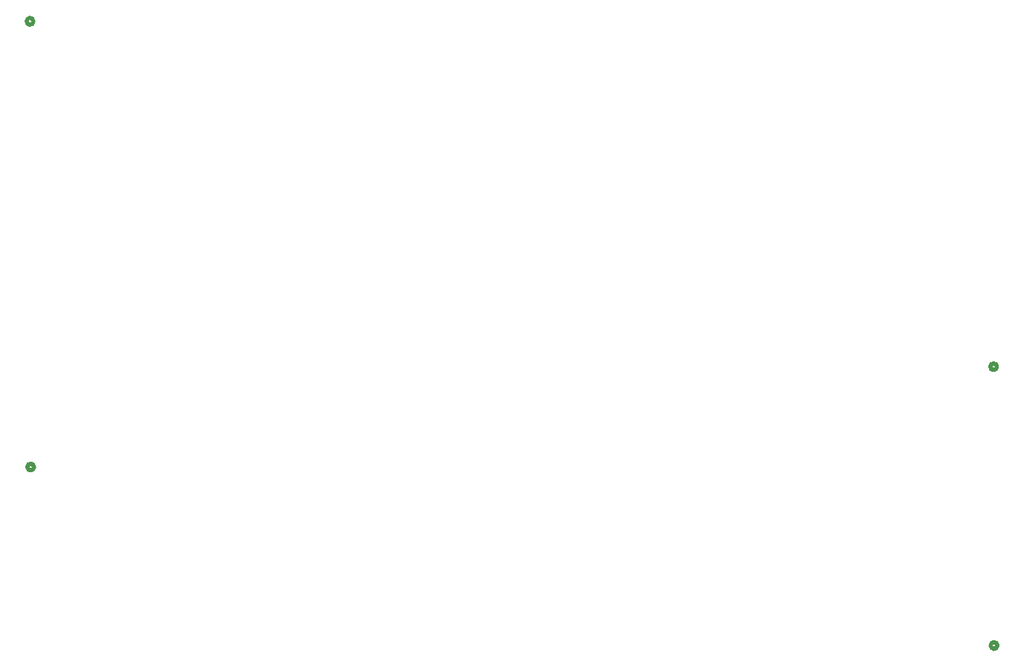
<source format=gbr>
%TF.GenerationSoftware,KiCad,Pcbnew,7.0.8*%
%TF.CreationDate,2024-04-29T16:48:28-06:00*%
%TF.ProjectId,GR-LRR-POWER-PCB-HIGH-VOLTAGE,47522d4c-5252-42d5-904f-5745522d5043,rev?*%
%TF.SameCoordinates,Original*%
%TF.FileFunction,Legend,Bot*%
%TF.FilePolarity,Positive*%
%FSLAX46Y46*%
G04 Gerber Fmt 4.6, Leading zero omitted, Abs format (unit mm)*
G04 Created by KiCad (PCBNEW 7.0.8) date 2024-04-29 16:48:28*
%MOMM*%
%LPD*%
G01*
G04 APERTURE LIST*
%ADD10C,0.508000*%
G04 APERTURE END LIST*
D10*
%TO.C,J1*%
X132446399Y-25074001D02*
G75*
G03*
X132446399Y-25074001I-381000J0D01*
G01*
%TO.C,J3*%
X242077000Y-64396599D02*
G75*
G03*
X242077000Y-64396599I-381000J0D01*
G01*
%TO.C,J2*%
X132522400Y-75824900D02*
G75*
G03*
X132522400Y-75824900I-381000J0D01*
G01*
%TO.C,J4*%
X242132001Y-96146599D02*
G75*
G03*
X242132001Y-96146599I-381000J0D01*
G01*
%TD*%
M02*

</source>
